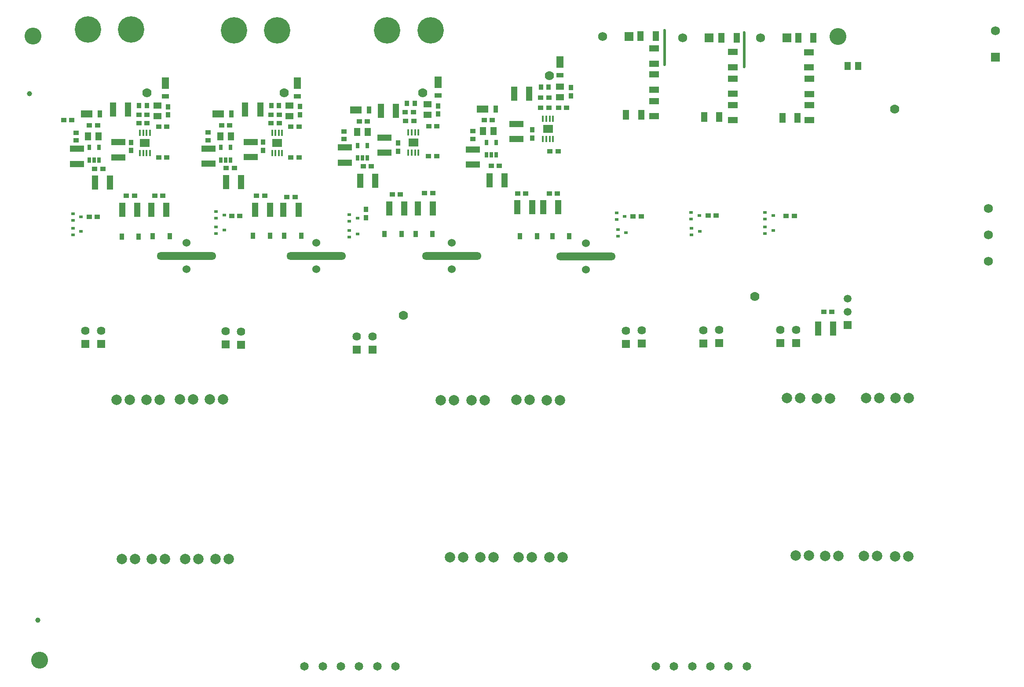
<source format=gbr>
%TF.GenerationSoftware,KiCad,Pcbnew,(5.99.0-10177-gd878cbddbc)*%
%TF.CreationDate,2021-05-05T15:51:09+02:00*%
%TF.ProjectId,TIDA-00555_E2,54494441-2d30-4303-9535-355f45322e6b,rev?*%
%TF.SameCoordinates,Original*%
%TF.FileFunction,Soldermask,Bot*%
%TF.FilePolarity,Negative*%
%FSLAX46Y46*%
G04 Gerber Fmt 4.6, Leading zero omitted, Abs format (unit mm)*
G04 Created by KiCad (PCBNEW (5.99.0-10177-gd878cbddbc)) date 2021-05-05 15:51:09*
%MOMM*%
%LPD*%
G01*
G04 APERTURE LIST*
%ADD10R,1.625600X1.625600*%
%ADD11C,1.625600*%
%ADD12C,1.651000*%
%ADD13C,5.080000*%
%ADD14C,1.778000*%
%ADD15O,0.508000X7.162800*%
%ADD16C,2.000000*%
%ADD17O,11.430000X1.498600*%
%ADD18C,3.251200*%
%ADD19R,1.727200X1.727200*%
%ADD20C,1.727200*%
%ADD21C,1.524000*%
%ADD22R,1.498600X1.498600*%
%ADD23C,1.498600*%
%ADD24C,1.752600*%
%ADD25R,1.828800X1.295400*%
%ADD26R,0.990600X0.939800*%
%ADD27R,1.295400X1.828800*%
%ADD28R,0.914400X1.219200*%
%ADD29R,0.787400X0.584200*%
%ADD30R,2.692400X1.295400*%
%ADD31R,1.295400X2.692400*%
%ADD32R,1.600200X1.270000*%
%ADD33R,0.635000X1.092200*%
%ADD34R,1.397000X2.184400*%
%ADD35R,1.397000X0.889000*%
%ADD36R,2.184400X1.397000*%
%ADD37R,0.889000X1.397000*%
%ADD38R,1.270000X1.600200*%
%ADD39R,0.939800X0.990600*%
%ADD40R,0.381000X1.270000*%
%ADD41R,1.905000X1.524000*%
%ADD42C,0.990600*%
G04 APERTURE END LIST*
D10*
%TO.C,J26*%
X228432200Y-81534000D03*
D11*
X228432200Y-78994000D03*
%TD*%
D12*
%TO.C,J8*%
X133794797Y-143771600D03*
X137294800Y-143771600D03*
X140794801Y-143771600D03*
X144294802Y-143771600D03*
X147794802Y-143771600D03*
X151294803Y-143771600D03*
%TD*%
D10*
%TO.C,J27*%
X225384200Y-81508600D03*
D11*
X225384200Y-78968600D03*
%TD*%
D13*
%TO.C,TP7*%
X149666800Y-21336000D03*
%TD*%
D14*
%TO.C,TP16*%
X180898800Y-30022800D03*
%TD*%
D13*
%TO.C,TP8*%
X158048800Y-21336000D03*
%TD*%
D15*
%TO.C,*%
X218399200Y-25069800D03*
%TD*%
D16*
%TO.C,TP29*%
X234950000Y-92202000D03*
X232410000Y-92202000D03*
%TD*%
D10*
%TO.C,J20*%
X146923600Y-82778600D03*
D11*
X146923600Y-80238600D03*
%TD*%
D14*
%TO.C,TP17*%
X220472000Y-72542400D03*
%TD*%
D10*
%TO.C,J21*%
X143875600Y-82778600D03*
D11*
X143875600Y-80238600D03*
%TD*%
D16*
%TO.C,TP21*%
X168452800Y-92506800D03*
X165912800Y-92506800D03*
%TD*%
%TO.C,TP15*%
X104343200Y-123088400D03*
X106883200Y-123088400D03*
%TD*%
D17*
%TO.C,*%
X111058800Y-64770000D03*
%TD*%
D18*
%TO.C,MH2*%
X82829400Y-142595600D03*
%TD*%
D16*
%TO.C,TP33*%
X236524800Y-122478800D03*
X233984800Y-122478800D03*
%TD*%
D18*
%TO.C,MH3*%
X236433200Y-22529800D03*
%TD*%
D19*
%TO.C,J15*%
X211693600Y-22758400D03*
D20*
X206613600Y-22758400D03*
%TD*%
D16*
%TO.C,TP22*%
X167640000Y-122732800D03*
X170180000Y-122732800D03*
%TD*%
%TO.C,TP23*%
X164287200Y-122732800D03*
X161747200Y-122732800D03*
%TD*%
D10*
%TO.C,J11*%
X91602400Y-81737200D03*
D11*
X91602400Y-79197200D03*
%TD*%
D18*
%TO.C,MH1*%
X81493200Y-22402800D03*
%TD*%
D16*
%TO.C,TP35*%
X247446800Y-122580400D03*
X249986800Y-122580400D03*
%TD*%
D12*
%TO.C,J29*%
X201409597Y-143764000D03*
X204909600Y-143764000D03*
X208409601Y-143764000D03*
X211909602Y-143764000D03*
X215409602Y-143764000D03*
X218909603Y-143764000D03*
%TD*%
D13*
%TO.C,TP5*%
X128534000Y-21336000D03*
%TD*%
D10*
%TO.C,J18*%
X121599800Y-81838800D03*
D11*
X121599800Y-79298800D03*
%TD*%
D16*
%TO.C,TP53*%
X113385600Y-123088400D03*
X110845600Y-123088400D03*
%TD*%
D17*
%TO.C,*%
X136077800Y-64770000D03*
%TD*%
D10*
%TO.C,J22*%
X198688800Y-81661000D03*
D11*
X198688800Y-79121000D03*
%TD*%
D16*
%TO.C,TP31*%
X247548400Y-92151200D03*
X250088400Y-92151200D03*
%TD*%
D10*
%TO.C,J23*%
X195615400Y-81686400D03*
D11*
X195615400Y-79146400D03*
%TD*%
D10*
%TO.C,J25*%
X210550600Y-81584800D03*
D11*
X210550600Y-79044800D03*
%TD*%
D16*
%TO.C,TP52*%
X119176800Y-123139200D03*
X116636800Y-123139200D03*
%TD*%
D14*
%TO.C,TP6*%
X129829400Y-33324800D03*
%TD*%
D21*
%TO.C,C51*%
X187944600Y-67437000D03*
X187944600Y-62357000D03*
%TD*%
D15*
%TO.C,*%
X203108400Y-24638000D03*
%TD*%
D21*
%TO.C,C7*%
X111058800Y-67310000D03*
X111058800Y-62230000D03*
%TD*%
D16*
%TO.C,TP26*%
X174955200Y-122732800D03*
X177495200Y-122732800D03*
%TD*%
D10*
%TO.C,J10*%
X94650400Y-81686400D03*
D11*
X94650400Y-79146400D03*
%TD*%
D10*
%TO.C,J19*%
X118577200Y-81813400D03*
D11*
X118577200Y-79273400D03*
%TD*%
D16*
%TO.C,TP11*%
X100177600Y-92456000D03*
X97637600Y-92456000D03*
%TD*%
%TO.C,TP28*%
X226618800Y-92151200D03*
X229158800Y-92151200D03*
%TD*%
D14*
%TO.C,TP9*%
X152816400Y-76225400D03*
%TD*%
D10*
%TO.C,J24*%
X213598600Y-81559400D03*
D11*
X213598600Y-79019400D03*
%TD*%
D16*
%TO.C,TP20*%
X160020000Y-92506800D03*
X162560000Y-92506800D03*
%TD*%
D22*
%TO.C,J28*%
X238312800Y-78105000D03*
D23*
X238312800Y-75565000D03*
X238312800Y-73025000D03*
%TD*%
D14*
%TO.C,TP10*%
X156575600Y-33350200D03*
%TD*%
D16*
%TO.C,TP24*%
X180441600Y-92557600D03*
X182981600Y-92557600D03*
%TD*%
%TO.C,TP51*%
X109778800Y-92354400D03*
X112318800Y-92354400D03*
%TD*%
D24*
%TO.C,J30*%
X265430000Y-55626000D03*
X265430000Y-60706000D03*
X265430000Y-65786000D03*
%TD*%
D13*
%TO.C,TP4*%
X120202800Y-21336000D03*
%TD*%
D16*
%TO.C,TP30*%
X244398800Y-92151200D03*
X241858800Y-92151200D03*
%TD*%
D13*
%TO.C,TP1*%
X92135800Y-21209000D03*
%TD*%
D17*
%TO.C,*%
X187944600Y-64897000D03*
%TD*%
D14*
%TO.C,TP3*%
X103438800Y-33401000D03*
%TD*%
D13*
%TO.C,TP2*%
X100390800Y-21209000D03*
%TD*%
D19*
%TO.C,J17*%
X266750800Y-26517600D03*
D20*
X266750800Y-21437600D03*
%TD*%
D19*
%TO.C,J16*%
X226603400Y-22758400D03*
D20*
X221523400Y-22758400D03*
%TD*%
D19*
%TO.C,J14*%
X196225000Y-22555200D03*
D20*
X191145000Y-22555200D03*
%TD*%
D16*
%TO.C,TP32*%
X230886000Y-122428000D03*
X228346000Y-122428000D03*
%TD*%
D17*
%TO.C,*%
X162112800Y-64770000D03*
%TD*%
D16*
%TO.C,TP27*%
X183438800Y-122732800D03*
X180898800Y-122732800D03*
%TD*%
%TO.C,TP12*%
X103378000Y-92456000D03*
X105918000Y-92456000D03*
%TD*%
%TO.C,TP34*%
X241452400Y-122478800D03*
X243992400Y-122478800D03*
%TD*%
%TO.C,TP50*%
X115570000Y-92354400D03*
X118110000Y-92354400D03*
%TD*%
D21*
%TO.C,C15*%
X136077800Y-67310000D03*
X136077800Y-62230000D03*
%TD*%
D16*
%TO.C,TP13*%
X101193600Y-123088400D03*
X98653600Y-123088400D03*
%TD*%
%TO.C,TP25*%
X174548800Y-92456000D03*
X177088800Y-92456000D03*
%TD*%
D21*
%TO.C,C26*%
X162112800Y-67310000D03*
X162112800Y-62230000D03*
%TD*%
D25*
%TO.C,R67*%
X201101800Y-24841200D03*
X201101800Y-27736800D03*
%TD*%
%TO.C,R90*%
X230870600Y-25577800D03*
X230870600Y-28473400D03*
%TD*%
D26*
%TO.C,C150*%
X93380400Y-48006000D03*
X94955200Y-48006000D03*
%TD*%
D27*
%TO.C,FB9*%
X198485600Y-22402800D03*
X201381200Y-22402800D03*
%TD*%
D28*
%TO.C,D39*%
X123885800Y-60883800D03*
X127137000Y-60883800D03*
%TD*%
D29*
%TO.C,D19*%
X194091400Y-60934600D03*
X194091400Y-59664600D03*
X195666200Y-60299600D03*
%TD*%
D26*
%TO.C,C120*%
X144307400Y-38862000D03*
X145882200Y-38862000D03*
%TD*%
%TO.C,C125*%
X130388200Y-53441600D03*
X131963000Y-53441600D03*
%TD*%
%TO.C,R104*%
X103464200Y-37592000D03*
X101889400Y-37592000D03*
%TD*%
%TO.C,R101*%
X132725000Y-39852600D03*
X131150200Y-39852600D03*
%TD*%
D30*
%TO.C,C121*%
X141538800Y-46786800D03*
X141538800Y-43891200D03*
%TD*%
D31*
%TO.C,C27*%
X235569600Y-78740000D03*
X232674000Y-78740000D03*
%TD*%
D28*
%TO.C,D45*%
X98612800Y-61010800D03*
X101864000Y-61010800D03*
%TD*%
D27*
%TO.C,FB11*%
X214055800Y-22783800D03*
X216951400Y-22783800D03*
%TD*%
D29*
%TO.C,D35*%
X142427800Y-58115200D03*
X142427800Y-56845200D03*
X144002600Y-57480200D03*
%TD*%
D26*
%TO.C,R52*%
X197012400Y-57124600D03*
X198587200Y-57124600D03*
%TD*%
D32*
%TO.C,C126*%
X130921600Y-37820600D03*
X130921600Y-35788600D03*
%TD*%
D26*
%TO.C,R103*%
X107274200Y-39878000D03*
X105699400Y-39878000D03*
%TD*%
%TO.C,C109*%
X156880400Y-52705000D03*
X158455200Y-52705000D03*
%TD*%
%TO.C,C118*%
X145069400Y-47498000D03*
X146644200Y-47498000D03*
%TD*%
D25*
%TO.C,R81*%
X216265600Y-35712400D03*
X216265600Y-38608000D03*
%TD*%
D30*
%TO.C,C116*%
X149158800Y-41986200D03*
X149158800Y-44881800D03*
%TD*%
D25*
%TO.C,R91*%
X230921400Y-30683200D03*
X230921400Y-33578800D03*
%TD*%
D31*
%TO.C,C73*%
X179715000Y-55397400D03*
X182610600Y-55397400D03*
%TD*%
D26*
%TO.C,C136*%
X117815200Y-39624000D03*
X119390000Y-39624000D03*
%TD*%
D25*
%TO.C,R68*%
X201076400Y-29845000D03*
X201076400Y-32740600D03*
%TD*%
D26*
%TO.C,C134*%
X118704200Y-47853600D03*
X120279000Y-47853600D03*
%TD*%
D33*
%TO.C,U16*%
X170672600Y-45288200D03*
X169732800Y-45288200D03*
X168793000Y-45288200D03*
X168793000Y-42900600D03*
X170672600Y-42900600D03*
%TD*%
D31*
%TO.C,C82*%
X172323600Y-50190400D03*
X169428000Y-50190400D03*
%TD*%
D34*
%TO.C,D44*%
X106994800Y-31496000D03*
D35*
X106994800Y-34036000D03*
%TD*%
D26*
%TO.C,C140*%
X107274200Y-45847000D03*
X105699400Y-45847000D03*
%TD*%
%TO.C,C80*%
X174787400Y-52730400D03*
X176362200Y-52730400D03*
%TD*%
%TO.C,C74*%
X182585200Y-44602400D03*
X181010400Y-44602400D03*
%TD*%
D31*
%TO.C,C131*%
X122361800Y-36550600D03*
X125257400Y-36550600D03*
%TD*%
D30*
%TO.C,C153*%
X89976800Y-47040800D03*
X89976800Y-44145200D03*
%TD*%
D36*
%TO.C,D46*%
X91881800Y-37465000D03*
D37*
X94421800Y-37465000D03*
%TD*%
D31*
%TO.C,C128*%
X124266800Y-55854600D03*
X127162400Y-55854600D03*
%TD*%
D26*
%TO.C,C141*%
X104937400Y-53213000D03*
X106512200Y-53213000D03*
%TD*%
%TO.C,C127*%
X128915000Y-39217600D03*
X127340200Y-39217600D03*
%TD*%
D38*
%TO.C,R98*%
X240334800Y-28194000D03*
X238302800Y-28194000D03*
%TD*%
D39*
%TO.C,C122*%
X132953600Y-36017200D03*
X132953600Y-37592000D03*
%TD*%
D32*
%TO.C,C142*%
X105470800Y-37846000D03*
X105470800Y-35814000D03*
%TD*%
D30*
%TO.C,C81*%
X174558800Y-39344600D03*
X174558800Y-42240200D03*
%TD*%
D31*
%TO.C,C147*%
X96911000Y-36576000D03*
X99806600Y-36576000D03*
%TD*%
D26*
%TO.C,R95*%
X180807200Y-34315400D03*
X179232400Y-34315400D03*
%TD*%
%TO.C,C152*%
X92364400Y-39624000D03*
X93939200Y-39624000D03*
%TD*%
D31*
%TO.C,C149*%
X96377600Y-50673000D03*
X93482000Y-50673000D03*
%TD*%
D38*
%TO.C,C119*%
X145983800Y-40894000D03*
X143951800Y-40894000D03*
%TD*%
D28*
%TO.C,D21*%
X181493000Y-60934600D03*
X184744200Y-60934600D03*
%TD*%
D29*
%TO.C,D41*%
X116748400Y-57531000D03*
X116748400Y-56261000D03*
X118323200Y-56896000D03*
%TD*%
D14*
%TO.C,TP18*%
X247396000Y-36525200D03*
%TD*%
D39*
%TO.C,C114*%
X151825800Y-44602400D03*
X151825800Y-43027600D03*
%TD*%
D27*
%TO.C,FB12*%
X228813200Y-22758400D03*
X231708800Y-22758400D03*
%TD*%
D31*
%TO.C,C123*%
X129727800Y-55854600D03*
X132623400Y-55854600D03*
%TD*%
D39*
%TO.C,FB17*%
X153502200Y-35433000D03*
X154975400Y-35433000D03*
%TD*%
D32*
%TO.C,C72*%
X182940800Y-34188400D03*
X182940800Y-32156400D03*
%TD*%
D29*
%TO.C,D18*%
X208188400Y-57632600D03*
X208188400Y-56362600D03*
X209763200Y-56997600D03*
%TD*%
D25*
%TO.C,R80*%
X216240200Y-30632400D03*
X216240200Y-33528000D03*
%TD*%
D38*
%TO.C,C84*%
X170164600Y-40741600D03*
X168132600Y-40741600D03*
%TD*%
D31*
%TO.C,C139*%
X104277000Y-55880000D03*
X107172600Y-55880000D03*
%TD*%
D39*
%TO.C,C78*%
X177606800Y-42087800D03*
X177606800Y-40513000D03*
%TD*%
D34*
%TO.C,D31*%
X159496600Y-31343600D03*
D35*
X159496600Y-33883600D03*
%TD*%
D29*
%TO.C,D16*%
X222412400Y-60477400D03*
X222412400Y-59207400D03*
X223987200Y-59842400D03*
%TD*%
D26*
%TO.C,C145*%
X99476400Y-53213000D03*
X101051200Y-53213000D03*
%TD*%
%TO.C,FB20*%
X115199000Y-42494200D03*
X115199000Y-41021000D03*
%TD*%
D36*
%TO.C,D24*%
X168056400Y-36474400D03*
D37*
X170596400Y-36474400D03*
%TD*%
D39*
%TO.C,FB21*%
X101940200Y-35814000D03*
X103413400Y-35814000D03*
%TD*%
D26*
%TO.C,FB18*%
X141411800Y-42265600D03*
X141411800Y-40792400D03*
%TD*%
D31*
%TO.C,C144*%
X98689000Y-55880000D03*
X101584600Y-55880000D03*
%TD*%
D33*
%TO.C,U20*%
X145907600Y-45897800D03*
X144967800Y-45897800D03*
X144028000Y-45897800D03*
X144028000Y-43510200D03*
X145907600Y-43510200D03*
%TD*%
D25*
%TO.C,R79*%
X216265600Y-25527000D03*
X216265600Y-28422600D03*
%TD*%
D26*
%TO.C,R105*%
X87411400Y-38608000D03*
X88986200Y-38608000D03*
%TD*%
%TO.C,C107*%
X159217200Y-45593000D03*
X157642400Y-45593000D03*
%TD*%
D25*
%TO.C,R69*%
X201076400Y-34950400D03*
X201076400Y-37846000D03*
%TD*%
D39*
%TO.C,FB19*%
X127391000Y-35788600D03*
X128864200Y-35788600D03*
%TD*%
D30*
%TO.C,C137*%
X115300600Y-47015400D03*
X115300600Y-44119800D03*
%TD*%
D28*
%TO.C,D32*%
X155153200Y-60579000D03*
X158404400Y-60579000D03*
%TD*%
%TO.C,D23*%
X175270000Y-60985400D03*
X178521200Y-60985400D03*
%TD*%
D26*
%TO.C,C129*%
X124546200Y-53187600D03*
X126121000Y-53187600D03*
%TD*%
D27*
%TO.C,R70*%
X198587200Y-37566600D03*
X195691600Y-37566600D03*
%TD*%
D26*
%TO.C,FB22*%
X89849800Y-42519600D03*
X89849800Y-41046400D03*
%TD*%
D29*
%TO.C,D17*%
X208264600Y-60706000D03*
X208264600Y-59436000D03*
X209839400Y-60071000D03*
%TD*%
D26*
%TO.C,C113*%
X150657400Y-52959000D03*
X152232200Y-52959000D03*
%TD*%
D31*
%TO.C,C115*%
X148473000Y-36855400D03*
X151368600Y-36855400D03*
%TD*%
D26*
%TO.C,C83*%
X169707400Y-47396400D03*
X171282200Y-47396400D03*
%TD*%
D39*
%TO.C,FB13*%
X179283200Y-32283400D03*
X180756400Y-32283400D03*
%TD*%
D36*
%TO.C,D34*%
X143672400Y-36703000D03*
D37*
X146212400Y-36703000D03*
%TD*%
D40*
%TO.C,U21*%
X127543400Y-41071800D03*
X128203800Y-41071800D03*
X128838800Y-41071800D03*
X129473800Y-41071800D03*
X129473800Y-44958000D03*
X128838800Y-44958000D03*
X128203800Y-44958000D03*
X127543400Y-44958000D03*
D41*
X128508600Y-43027600D03*
%TD*%
D33*
%TO.C,U22*%
X119542400Y-46278800D03*
X118602600Y-46278800D03*
X117662800Y-46278800D03*
X117662800Y-43891200D03*
X119542400Y-43891200D03*
%TD*%
D42*
%TO.C,FID5*%
X82423000Y-134874000D03*
%TD*%
D26*
%TO.C,C75*%
X180883400Y-52730400D03*
X182458200Y-52730400D03*
%TD*%
D28*
%TO.C,D37*%
X129880200Y-60858400D03*
X133131400Y-60858400D03*
%TD*%
D38*
%TO.C,C151*%
X94167800Y-41783000D03*
X92135800Y-41783000D03*
%TD*%
D26*
%TO.C,C111*%
X154848400Y-38785800D03*
X153273600Y-38785800D03*
%TD*%
D40*
%TO.C,U19*%
X153781600Y-40970200D03*
X154442000Y-40970200D03*
X155077000Y-40970200D03*
X155712000Y-40970200D03*
X155712000Y-44856400D03*
X155077000Y-44856400D03*
X154442000Y-44856400D03*
X153781600Y-44856400D03*
D41*
X154746800Y-42926000D03*
%TD*%
D40*
%TO.C,U23*%
X102092600Y-41097200D03*
X102753000Y-41097200D03*
X103388000Y-41097200D03*
X104023000Y-41097200D03*
X104023000Y-44983400D03*
X103388000Y-44983400D03*
X102753000Y-44983400D03*
X102092600Y-44983400D03*
D41*
X103057800Y-43053000D03*
%TD*%
D31*
%TO.C,C79*%
X174127000Y-33553400D03*
X177022600Y-33553400D03*
%TD*%
D26*
%TO.C,R102*%
X128915000Y-37566600D03*
X127340200Y-37566600D03*
%TD*%
D32*
%TO.C,C110*%
X157439200Y-37566600D03*
X157439200Y-35534600D03*
%TD*%
D39*
%TO.C,C138*%
X107502800Y-36042600D03*
X107502800Y-37617400D03*
%TD*%
D30*
%TO.C,C132*%
X123428600Y-42849800D03*
X123428600Y-45745400D03*
%TD*%
D34*
%TO.C,D38*%
X132445600Y-31470600D03*
D35*
X132445600Y-34010600D03*
%TD*%
D38*
%TO.C,C135*%
X119618600Y-41783000D03*
X117586600Y-41783000D03*
%TD*%
D39*
%TO.C,R47*%
X145577400Y-57378600D03*
X145577400Y-55803800D03*
%TD*%
D42*
%TO.C,FID6*%
X80832800Y-33528000D03*
%TD*%
D28*
%TO.C,D33*%
X149184200Y-60579000D03*
X152435400Y-60579000D03*
%TD*%
D31*
%TO.C,C77*%
X174762000Y-55397400D03*
X177657600Y-55397400D03*
%TD*%
D26*
%TO.C,R44*%
X119771000Y-57073800D03*
X121345800Y-57073800D03*
%TD*%
D34*
%TO.C,D22*%
X182940800Y-27457400D03*
D35*
X182940800Y-29997400D03*
%TD*%
D29*
%TO.C,D47*%
X89189400Y-57912000D03*
X89189400Y-56642000D03*
X90764200Y-57277000D03*
%TD*%
D39*
%TO.C,C106*%
X159496600Y-35864800D03*
X159496600Y-37439600D03*
%TD*%
D31*
%TO.C,C112*%
X150124000Y-55626000D03*
X153019600Y-55626000D03*
%TD*%
%TO.C,C108*%
X155585000Y-55626000D03*
X158480600Y-55626000D03*
%TD*%
%TO.C,C133*%
X121574400Y-50520600D03*
X118678800Y-50520600D03*
%TD*%
D40*
%TO.C,U15*%
X179689600Y-38328600D03*
X180350000Y-38328600D03*
X180985000Y-38328600D03*
X181620000Y-38328600D03*
X181620000Y-42214800D03*
X180985000Y-42214800D03*
X180350000Y-42214800D03*
X179689600Y-42214800D03*
D41*
X180654800Y-40284400D03*
%TD*%
D26*
%TO.C,C143*%
X103464200Y-39243000D03*
X101889400Y-39243000D03*
%TD*%
%TO.C,R99*%
X159268000Y-39827200D03*
X157693200Y-39827200D03*
%TD*%
D39*
%TO.C,C71*%
X185099800Y-32385000D03*
X185099800Y-33959800D03*
%TD*%
D29*
%TO.C,D20*%
X193837400Y-57759600D03*
X193837400Y-56489600D03*
X195412200Y-57124600D03*
%TD*%
D26*
%TO.C,C85*%
X168361200Y-38582600D03*
X169936000Y-38582600D03*
%TD*%
%TO.C,C124*%
X132725000Y-45821600D03*
X131150200Y-45821600D03*
%TD*%
D28*
%TO.C,D43*%
X104581800Y-60960000D03*
X107833000Y-60960000D03*
%TD*%
D29*
%TO.C,D15*%
X222412400Y-57658000D03*
X222412400Y-56388000D03*
X223987200Y-57023000D03*
%TD*%
%TO.C,D36*%
X142402400Y-61163200D03*
X142402400Y-59893200D03*
X143977200Y-60528200D03*
%TD*%
%TO.C,D42*%
X116748400Y-60452000D03*
X116748400Y-59182000D03*
X118323200Y-59817000D03*
%TD*%
D31*
%TO.C,C117*%
X147431600Y-50292000D03*
X144536000Y-50292000D03*
%TD*%
D33*
%TO.C,U24*%
X94218600Y-46278800D03*
X93278800Y-46278800D03*
X92339000Y-46278800D03*
X92339000Y-43891200D03*
X94218600Y-43891200D03*
%TD*%
D26*
%TO.C,C76*%
X179232400Y-36220400D03*
X180807200Y-36220400D03*
%TD*%
D30*
%TO.C,C86*%
X166176800Y-47193200D03*
X166176800Y-44297600D03*
%TD*%
D39*
%TO.C,C146*%
X100390800Y-44475400D03*
X100390800Y-42900600D03*
%TD*%
D26*
%TO.C,R97*%
X211465000Y-57023000D03*
X213039800Y-57023000D03*
%TD*%
D25*
%TO.C,R92*%
X230921400Y-35712400D03*
X230921400Y-38608000D03*
%TD*%
D26*
%TO.C,R107*%
X226476400Y-57048400D03*
X228051200Y-57048400D03*
%TD*%
D30*
%TO.C,C148*%
X97977800Y-42875200D03*
X97977800Y-45770800D03*
%TD*%
D26*
%TO.C,R100*%
X154746800Y-37058600D03*
X153172000Y-37058600D03*
%TD*%
D27*
%TO.C,R93*%
X228660800Y-38201600D03*
X225765200Y-38201600D03*
%TD*%
D29*
%TO.C,D48*%
X89189400Y-60706000D03*
X89189400Y-59436000D03*
X90764200Y-60071000D03*
%TD*%
D36*
%TO.C,D40*%
X117205600Y-37439600D03*
D37*
X119745600Y-37439600D03*
%TD*%
D26*
%TO.C,R94*%
X184236200Y-36220400D03*
X182661400Y-36220400D03*
%TD*%
%TO.C,R39*%
X92339000Y-57251600D03*
X93913800Y-57251600D03*
%TD*%
%TO.C,FB14*%
X166227600Y-42240200D03*
X166227600Y-40767000D03*
%TD*%
D39*
%TO.C,C130*%
X125841600Y-44450000D03*
X125841600Y-42875200D03*
%TD*%
D26*
%TO.C,C30*%
X235290200Y-75565000D03*
X233715400Y-75565000D03*
%TD*%
D27*
%TO.C,R82*%
X213624000Y-37998400D03*
X210728400Y-37998400D03*
%TD*%
M02*

</source>
